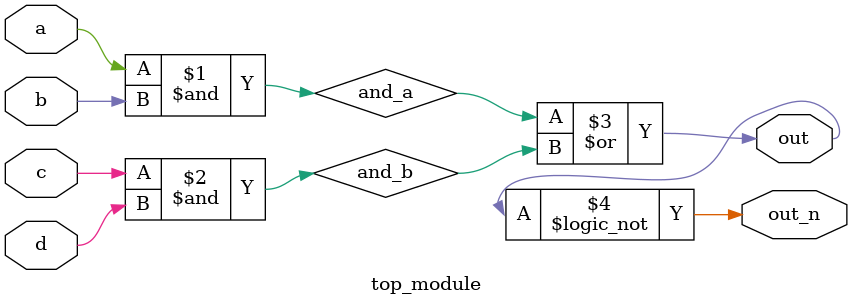
<source format=v>
module top_module(
    input a,
    input b,
    input c,
    input d,
    output out,
    output out_n   ); 
	wire and_a, and_b;
	assign and_a = a & b; //AND 1
    assign and_b = c & d; //AND 2
    assign out = and_a | and_b; //OR the AND outputs, assign to module output
    assign out_n = !out; //inverted output
endmodule
</source>
